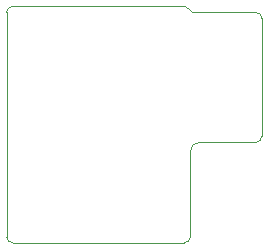
<source format=gbr>
%TF.GenerationSoftware,KiCad,Pcbnew,5.1.9*%
%TF.CreationDate,2021-01-18T01:27:37+01:00*%
%TF.ProjectId,wi-se-rpi,77692d73-652d-4727-9069-2e6b69636164,v0.1*%
%TF.SameCoordinates,Original*%
%TF.FileFunction,Profile,NP*%
%FSLAX46Y46*%
G04 Gerber Fmt 4.6, Leading zero omitted, Abs format (unit mm)*
G04 Created by KiCad (PCBNEW 5.1.9) date 2021-01-18 01:27:37*
%MOMM*%
%LPD*%
G01*
G04 APERTURE LIST*
%TA.AperFunction,Profile*%
%ADD10C,0.050000*%
%TD*%
G04 APERTURE END LIST*
D10*
X94400000Y3500000D02*
G75*
G02*
X94900000Y3000000I0J-500000D01*
G01*
X73300000Y3520000D02*
G75*
G02*
X73800000Y4020000I500000J0D01*
G01*
X73800000Y-16000000D02*
G75*
G02*
X73300000Y-15500000I0J500000D01*
G01*
X88850000Y-15500000D02*
G75*
G02*
X88350000Y-16000000I-500000J0D01*
G01*
X94900000Y-7000000D02*
G75*
G02*
X94400000Y-7500000I-500000J0D01*
G01*
X88999999Y3500000D02*
G75*
G02*
X88700000Y3800000I100001J400000D01*
G01*
X88400001Y4016227D02*
G75*
G02*
X88699999Y3799999I-1J-316227D01*
G01*
X73800000Y4020000D02*
X88400001Y4016227D01*
X94400000Y3500000D02*
X89000000Y3500000D01*
X73300000Y-15400000D02*
X73300000Y-15500000D01*
X94900000Y-7000000D02*
X94900000Y3000000D01*
X92000000Y-7500000D02*
X94400000Y-7500000D01*
X88850000Y-8250000D02*
G75*
G02*
X89600000Y-7500000I750000J0D01*
G01*
X89600000Y-7500000D02*
X92000000Y-7500000D01*
X73300000Y3520000D02*
X73300000Y-15400000D01*
X88850000Y-15500000D02*
X88850000Y-8250000D01*
X73800000Y-16000000D02*
X88350000Y-16000000D01*
M02*

</source>
